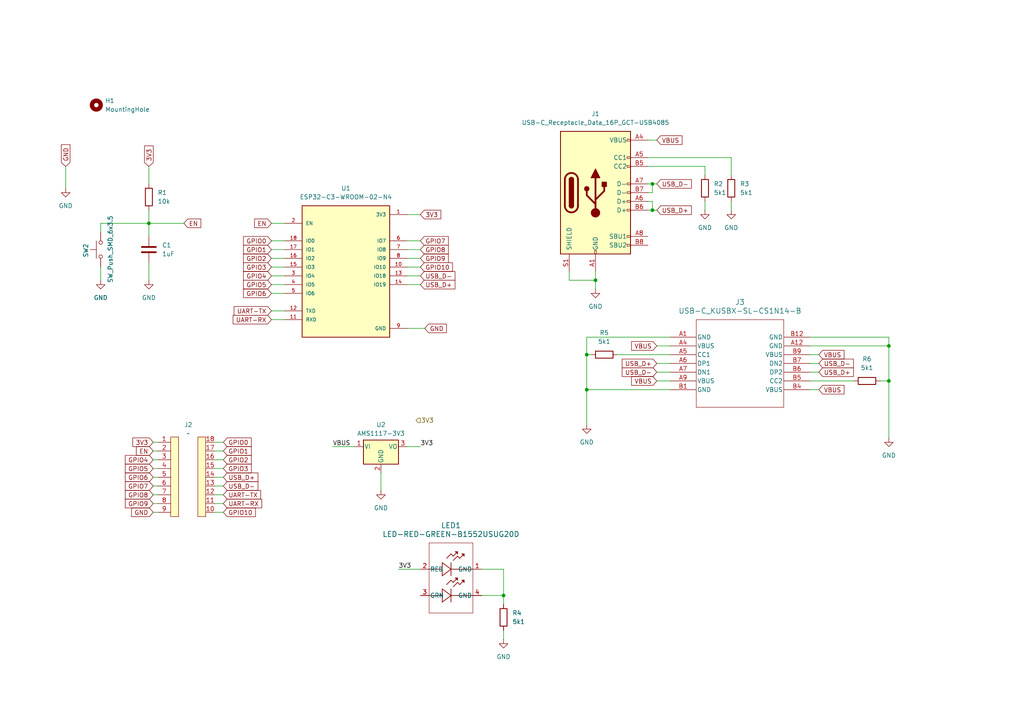
<source format=kicad_sch>
(kicad_sch (version 20231120) (generator "eeschema") (generator_version "8.0")
  (paper "A4")
  (lib_symbols
    (symbol "Alexander Symbol Library:ESP32-C3-WROOM-02-N4" (pin_names (offset 1.016))
      (property "Reference" "U" (at -12.7 21.082 0))
      (property "Value" "ESP32-C3-WROOM-02-N4" (at -13.208 -19.05 0))
      (symbol "ESP32-C3-WROOM-02-N4_0_0"
        (rectangle (start -12.7 20.32) (end 12.7 -17.78) (stroke (width 0.254)) (fill (type background)))
        (pin power_in line (at 17.78 17.78 180) (length 5.08) (name "3V3") (number "1"))
        (pin bidirectional line (at 17.78 2.54 180) (length 5.08) (name "IO10") (number "10"))
        (pin bidirectional line (at -17.78 -12.7 0) (length 5.08) (name "RXD") (number "11"))
        (pin bidirectional line (at -17.78 -10.16 0) (length 5.08) (name "TXD") (number "12"))
        (pin bidirectional line (at 17.78 0 180) (length 5.08) (name "IO18") (number "13"))
        (pin bidirectional line (at 17.78 -2.54 180) (length 5.08) (name "IO19") (number "14"))
        (pin bidirectional line (at -17.78 2.54 0) (length 5.08) (name "IO3") (number "15"))
        (pin bidirectional line (at -17.78 5.08 0) (length 5.08) (name "IO2") (number "16"))
        (pin bidirectional line (at -17.78 7.62 0) (length 5.08) (name "IO1") (number "17"))
        (pin bidirectional line (at -17.78 10.16 0) (length 5.08) (name "IO0") (number "18"))
        (pin power_in line (at 17.78 -15.24 180) (length 5.08) hide (name "GND__1") (number "19"))
        (pin input line (at -17.78 15.24 0) (length 5.08) (name "EN") (number "2"))
        (pin power_in line (at 17.78 -15.24 180) (length 5.08) hide (name "GND__2") (number "20"))
        (pin power_in line (at 17.78 -15.24 180) (length 5.08) hide (name "GND__3") (number "21"))
        (pin power_in line (at 17.78 -15.24 180) (length 5.08) hide (name "GND__4") (number "22"))
        (pin power_in line (at 17.78 -15.24 180) (length 5.08) hide (name "GND__5") (number "23"))
        (pin power_in line (at 17.78 -15.24 180) (length 5.08) hide (name "GND__6") (number "24"))
        (pin power_in line (at 17.78 -15.24 180) (length 5.08) hide (name "GND__7") (number "25"))
        (pin power_in line (at 17.78 -15.24 180) (length 5.08) hide (name "GND__8") (number "26"))
        (pin power_in line (at 17.78 -15.24 180) (length 5.08) hide (name "GND__9") (number "27"))
        (pin power_in line (at 17.78 -15.24 180) (length 5.08) hide (name "GND__10") (number "28"))
        (pin power_in line (at 17.78 -15.24 180) (length 5.08) hide (name "GND__11") (number "29"))
        (pin bidirectional line (at -17.78 0 0) (length 5.08) (name "IO4") (number "3"))
        (pin power_in line (at 17.78 -15.24 180) (length 5.08) hide (name "GND__12") (number "30"))
        (pin power_in line (at 17.78 -15.24 180) (length 5.08) hide (name "GND__13") (number "31"))
        (pin power_in line (at 17.78 -15.24 180) (length 5.08) hide (name "GND__14") (number "32"))
        (pin power_in line (at 17.78 -15.24 180) (length 5.08) hide (name "GND__15") (number "33"))
        (pin power_in line (at 17.78 -15.24 180) (length 5.08) hide (name "GND__16") (number "34"))
        (pin power_in line (at 17.78 -15.24 180) (length 5.08) hide (name "GND__17") (number "35"))
        (pin power_in line (at 17.78 -15.24 180) (length 5.08) hide (name "GND__18") (number "36"))
        (pin power_in line (at 17.78 -15.24 180) (length 5.08) hide (name "GND__19") (number "37"))
        (pin power_in line (at 17.78 -15.24 180) (length 5.08) hide (name "GND__20") (number "38"))
        (pin power_in line (at 17.78 -15.24 180) (length 5.08) hide (name "GND__21") (number "39"))
        (pin bidirectional line (at -17.78 -2.54 0) (length 5.08) (name "IO5") (number "4"))
        (pin bidirectional line (at -17.78 -5.08 0) (length 5.08) (name "IO6") (number "5"))
        (pin bidirectional line (at 17.78 10.16 180) (length 5.08) (name "IO7") (number "6"))
        (pin bidirectional line (at 17.78 7.62 180) (length 5.08) (name "IO8") (number "7"))
        (pin bidirectional line (at 17.78 5.08 180) (length 5.08) (name "IO9") (number "8"))
        (pin power_in line (at 17.78 -15.24 180) (length 5.08) (name "GND") (number "9"))
      )
    )
    (symbol "Alexander Symbol Library:USB-C_Receptacle_Data_16P_GCT-USB4085" (pin_names (offset 1.016))
      (property "Reference" "J" (at 0 22.225 0))
      (property "Value" "USB-C_Receptacle_Data_16P_GCT-USB4085" (at 0 19.685 0))
      (symbol "USB-C_Receptacle_Data_16P_GCT-USB4085_0_0"
        (rectangle (start -0.254 -17.78) (end 0.254 -16.764))
        (rectangle (start 10.16 -14.986) (end 9.144 -15.494))
        (rectangle (start 10.16 -12.446) (end 9.144 -12.954))
        (rectangle (start 10.16 -4.826) (end 9.144 -5.334))
        (rectangle (start 10.16 -2.286) (end 9.144 -2.794))
        (rectangle (start 10.16 0.254) (end 9.144 -0.254))
        (rectangle (start 10.16 2.794) (end 9.144 2.286))
        (rectangle (start 10.16 7.874) (end 9.144 7.366))
        (rectangle (start 10.16 10.414) (end 9.144 9.906))
        (rectangle (start 10.16 15.494) (end 9.144 14.986))
      )
      (symbol "USB-C_Receptacle_Data_16P_GCT-USB4085_0_1"
        (rectangle (start -10.16 17.78) (end 10.16 -17.78) (stroke (width 0.254)) (fill (type background)))
        (arc (start -8.89 -3.81) (mid -6.985 -5.7067) (end -5.08 -3.81) (stroke (width 0.508)))
        (arc (start -7.62 -3.81) (mid -6.985 -4.4423) (end -6.35 -3.81) (stroke (width 0.254)))
        (arc (start -7.62 -3.81) (mid -6.985 -4.4423) (end -6.35 -3.81) (stroke (width 0.254)) (fill (type outline)))
        (rectangle (start -7.62 -3.81) (end -6.35 3.81) (stroke (width 0.254)) (fill (type outline)))
        (arc (start -6.35 3.81) (mid -6.985 4.4423) (end -7.62 3.81) (stroke (width 0.254)))
        (arc (start -6.35 3.81) (mid -6.985 4.4423) (end -7.62 3.81) (stroke (width 0.254)) (fill (type outline)))
        (arc (start -5.08 3.81) (mid -6.985 5.7067) (end -8.89 3.81) (stroke (width 0.508)))
        (circle (center -2.54 1.143) (radius 0.635) (stroke (width 0.254)) (fill (type outline)))
        (circle (center 0 -5.842) (radius 1.27) (fill (type outline)))
        (polyline (pts (xy -8.89 -3.81) (xy -8.89 3.81)) (stroke (width 0.508)))
        (polyline (pts (xy -5.08 3.81) (xy -5.08 -3.81)) (stroke (width 0.508)))
        (polyline (pts (xy 0 -5.842) (xy 0 4.318)) (stroke (width 0.508)))
        (polyline (pts (xy 0 -3.302) (xy -2.54 -0.762) (xy -2.54 0.508)) (stroke (width 0.508)))
        (polyline (pts (xy 0 -2.032) (xy 2.54 0.508) (xy 2.54 1.778)) (stroke (width 0.508)))
        (polyline (pts (xy -1.27 4.318) (xy 0 6.858) (xy 1.27 4.318) (xy -1.27 4.318)) (stroke (width 0.254)) (fill (type outline)))
        (rectangle (start 1.905 1.778) (end 3.175 3.048) (stroke (width 0.254)) (fill (type outline)))
      )
      (symbol "USB-C_Receptacle_Data_16P_GCT-USB4085_1_1"
        (pin power_in line (at 0 -22.86 90) (length 5.08) (name "GND") (number "A1"))
        (pin power_in line (at 0 -22.86 90) (length 5.08) hide (name "GND") (number "A12"))
        (pin power_out line (at 15.24 15.24 180) (length 5.08) (name "VBUS") (number "A4"))
        (pin bidirectional line (at 15.24 10.16 180) (length 5.08) (name "CC1") (number "A5"))
        (pin bidirectional line (at 15.24 -2.54 180) (length 5.08) (name "D+") (number "A6"))
        (pin bidirectional line (at 15.24 2.54 180) (length 5.08) (name "D-") (number "A7"))
        (pin bidirectional line (at 15.24 -12.7 180) (length 5.08) (name "SBU1") (number "A8"))
        (pin power_out line (at 15.24 15.24 180) (length 5.08) hide (name "VBUS") (number "A9"))
        (pin power_in line (at 0 -22.86 90) (length 5.08) hide (name "GND") (number "B1"))
        (pin power_in line (at 0 -22.86 90) (length 5.08) hide (name "GND") (number "B12"))
        (pin power_out line (at 15.24 15.24 180) (length 5.08) hide (name "VBUS") (number "B4"))
        (pin bidirectional line (at 15.24 7.62 180) (length 5.08) (name "CC2") (number "B5"))
        (pin bidirectional line (at 15.24 -5.08 180) (length 5.08) (name "D+") (number "B6"))
        (pin bidirectional line (at 15.24 0 180) (length 5.08) (name "D-") (number "B7"))
        (pin bidirectional line (at 15.24 -15.24 180) (length 5.08) (name "SBU2") (number "B8"))
        (pin passive line (at 15.24 15.24 180) (length 5.08) hide (name "VBUS") (number "B9"))
        (pin power_in line (at -7.62 -22.86 90) (length 5.08) (name "SHIELD") (number "S1"))
        (pin power_in line (at -7.62 -22.86 90) (length 5.08) hide (name "SHIELD") (number "S2"))
        (pin power_in line (at -7.62 -22.86 90) (length 5.08) hide (name "SHIELD") (number "S3"))
        (pin power_in line (at -7.62 -22.86 90) (length 5.08) hide (name "SHIELD") (number "S4"))
      )
    )
    (symbol "Alexander_Library_Symbols:Conn_ESP32-C3-02x09"
      (property "Reference" "J" (at 0 0 0))
      (symbol "Conn_ESP32-C3-02x09_0_1"
        (rectangle (start -5.08 -2.286) (end -2.794 -25.4) (fill (type background)))
        (rectangle (start 2.794 -2.286) (end 5.08 -25.4) (fill (type background)))
      )
      (symbol "Conn_ESP32-C3-02x09_1_0"
        (pin bidirectional line (at 7.62 -24.13 180) (length 2.54) (name "") (number "10"))
        (pin bidirectional line (at 7.62 -21.59 180) (length 2.54) (name "") (number "11"))
        (pin bidirectional line (at 7.62 -19.05 180) (length 2.54) (name "") (number "12"))
        (pin bidirectional line (at 7.62 -16.51 180) (length 2.54) (name "") (number "13"))
        (pin bidirectional line (at 7.62 -13.97 180) (length 2.54) (name "") (number "14"))
        (pin bidirectional line (at 7.62 -11.43 180) (length 2.54) (name "") (number "15"))
        (pin bidirectional line (at 7.62 -8.89 180) (length 2.54) (name "") (number "16"))
        (pin bidirectional line (at 7.62 -6.35 180) (length 2.54) (name "") (number "17"))
        (pin bidirectional line (at 7.62 -3.81 180) (length 2.54) (name "") (number "18"))
      )
      (symbol "Conn_ESP32-C3-02x09_1_1"
        (pin bidirectional line (at -8.89 -3.81 0) (length 3.81) (name "") (number "1"))
        (pin bidirectional line (at -8.89 -6.35 0) (length 3.81) (name "") (number "2"))
        (pin bidirectional line (at -8.89 -8.89 0) (length 3.81) (name "") (number "3"))
        (pin bidirectional line (at -8.89 -11.43 0) (length 3.81) (name "") (number "4"))
        (pin bidirectional line (at -8.89 -13.97 0) (length 3.81) (name "") (number "5"))
        (pin bidirectional line (at -8.89 -16.51 0) (length 3.81) (name "") (number "6"))
        (pin bidirectional line (at -8.89 -19.05 0) (length 3.81) (name "") (number "7"))
        (pin bidirectional line (at -8.89 -21.59 0) (length 3.81) (name "") (number "8"))
        (pin bidirectional line (at -8.89 -24.13 0) (length 3.81) (name "") (number "9"))
      )
    )
    (symbol "Alexander_Library_Symbols:LED-RED-GREEN-B1552USUG20D" (pin_names (offset 0.254))
      (property "Reference" "LED" (at 8.89 20.955 0))
      (property "Value" "LED-RED-GREEN-B1552USUG20D" (at 8.89 17.78 0))
      (symbol "LED-RED-GREEN-B1552USUG20D_0_1"
        (polyline (pts (xy 2.54 -12.7) (xy 15.24 -12.7)) (stroke (width 0.127)))
        (polyline (pts (xy 2.54 -7.62) (xy 6.0198 -7.62)) (stroke (width 0.2032)))
        (polyline (pts (xy 2.54 0) (xy 6.0198 0)) (stroke (width 0.2032)))
        (polyline (pts (xy 2.54 7.62) (xy 2.54 -12.7)) (stroke (width 0.127)))
        (polyline (pts (xy 5.715 -7.62) (xy 6.35 -7.62)) (stroke (width 0.2032)))
        (polyline (pts (xy 5.715 0) (xy 6.35 0)) (stroke (width 0.2032)))
        (polyline (pts (xy 6.35 -9.525) (xy 8.89 -7.62)) (stroke (width 0.2032)))
        (polyline (pts (xy 6.35 -5.715) (xy 6.35 -9.525)) (stroke (width 0.2032)))
        (polyline (pts (xy 6.35 -1.905) (xy 8.89 0)) (stroke (width 0.2032)))
        (polyline (pts (xy 6.35 1.905) (xy 6.35 -1.905)) (stroke (width 0.2032)))
        (polyline (pts (xy 7.62 -4.445) (xy 8.89 -3.175)) (stroke (width 0.2032)))
        (polyline (pts (xy 7.62 3.175) (xy 8.89 4.445)) (stroke (width 0.2032)))
        (polyline (pts (xy 8.89 -9.525) (xy 8.89 -5.715)) (stroke (width 0.2032)))
        (polyline (pts (xy 8.89 -7.62) (xy 6.35 -5.715)) (stroke (width 0.2032)))
        (polyline (pts (xy 8.89 -7.62) (xy 15.24 -7.62)) (stroke (width 0.2032)))
        (polyline (pts (xy 8.89 -3.175) (xy 9.525 -3.81)) (stroke (width 0.2032)))
        (polyline (pts (xy 8.89 -1.905) (xy 8.89 1.905)) (stroke (width 0.2032)))
        (polyline (pts (xy 8.89 0) (xy 6.35 1.905)) (stroke (width 0.2032)))
        (polyline (pts (xy 8.89 0) (xy 15.24 0)) (stroke (width 0.2032)))
        (polyline (pts (xy 8.89 4.445) (xy 9.525 3.81)) (stroke (width 0.2032)))
        (polyline (pts (xy 9.525 -5.08) (xy 10.795 -3.81)) (stroke (width 0.2032)))
        (polyline (pts (xy 9.525 -3.81) (xy 10.795 -2.54)) (stroke (width 0.2032)))
        (polyline (pts (xy 9.525 2.54) (xy 10.795 3.81)) (stroke (width 0.2032)))
        (polyline (pts (xy 9.525 3.81) (xy 10.795 5.08)) (stroke (width 0.2032)))
        (polyline (pts (xy 10.16 -2.54) (xy 10.795 -3.175)) (stroke (width 0.2032)))
        (polyline (pts (xy 10.16 5.08) (xy 10.795 4.445)) (stroke (width 0.2032)))
        (polyline (pts (xy 10.795 -3.81) (xy 11.43 -4.445)) (stroke (width 0.2032)))
        (polyline (pts (xy 10.795 -3.175) (xy 10.795 -2.54)) (stroke (width 0.2032)))
        (polyline (pts (xy 10.795 -2.54) (xy 10.16 -2.54)) (stroke (width 0.2032)))
        (polyline (pts (xy 10.795 3.81) (xy 11.43 3.175)) (stroke (width 0.2032)))
        (polyline (pts (xy 10.795 4.445) (xy 10.795 5.08)) (stroke (width 0.2032)))
        (polyline (pts (xy 10.795 5.08) (xy 10.16 5.08)) (stroke (width 0.2032)))
        (polyline (pts (xy 11.43 -4.445) (xy 12.7 -3.175)) (stroke (width 0.2032)))
        (polyline (pts (xy 11.43 3.175) (xy 12.7 4.445)) (stroke (width 0.2032)))
        (polyline (pts (xy 12.065 -3.175) (xy 12.7 -3.81)) (stroke (width 0.2032)))
        (polyline (pts (xy 12.065 4.445) (xy 12.7 3.81)) (stroke (width 0.2032)))
        (polyline (pts (xy 12.7 -3.81) (xy 12.7 -3.175)) (stroke (width 0.2032)))
        (polyline (pts (xy 12.7 -3.175) (xy 12.065 -3.175)) (stroke (width 0.2032)))
        (polyline (pts (xy 12.7 3.81) (xy 12.7 4.445)) (stroke (width 0.2032)))
        (polyline (pts (xy 12.7 4.445) (xy 12.065 4.445)) (stroke (width 0.2032)))
        (polyline (pts (xy 15.24 -12.7) (xy 15.24 7.62)) (stroke (width 0.127)))
        (polyline (pts (xy 15.24 7.62) (xy 2.54 7.62)) (stroke (width 0.127)))
        (pin power_in line (at 17.78 0 180) (length 2.54) (name "GND") (number "1"))
        (pin power_out line (at 0 0 0) (length 2.54) (name "RED") (number "2"))
        (pin power_in line (at 0 -7.62 0) (length 2.54) (name "GRN") (number "3"))
        (pin power_out line (at 17.78 -7.62 180) (length 2.54) (name "GND") (number "4"))
      )
    )
    (symbol "Alexander_Library_Symbols:SW_Push_SMD_6x3.5" (pin_numbers hide) (pin_names (offset 1.016) hide)
      (property "Reference" "SW" (at 1.27 2.54 0))
      (property "Value" "SW_Push_SMD_6x3.5" (at 0 -1.524 0))
      (symbol "SW_Push_SMD_6x3.5_0_1"
        (circle (center -2.032 0) (radius 0.508))
        (polyline (pts (xy 0 1.27) (xy 0 3.048)))
        (polyline (pts (xy 2.54 1.27) (xy -2.54 1.27)))
        (circle (center 2.032 0) (radius 0.508))
        (pin passive line (at -5.08 0 0) (length 2.54) (name "1") (number "1"))
        (pin passive line (at 5.08 0 180) (length 2.54) (name "2") (number "2"))
      )
    )
    (symbol "Alexander_Library_Symbols:USB-C_KUSBX-SL-CS1N14-B" (pin_names (offset 0.254))
      (property "Reference" "J" (at 20.32 10.16 0))
      (property "Value" "USB-C_KUSBX-SL-CS1N14-B" (at 20.32 7.62 0))
      (symbol "USB-C_KUSBX-SL-CS1N14-B_0_1"
        (polyline (pts (xy 7.62 -20.32) (xy 33.02 -20.32)) (stroke (width 0.127)))
        (polyline (pts (xy 7.62 5.08) (xy 7.62 -20.32)) (stroke (width 0.127)))
        (polyline (pts (xy 33.02 -20.32) (xy 33.02 5.08)) (stroke (width 0.127)))
        (polyline (pts (xy 33.02 5.08) (xy 7.62 5.08)) (stroke (width 0.127)))
        (pin power_out line (at 0 0 0) (length 7.62) (name "GND") (number "A1"))
        (pin power_out line (at 40.64 -2.54 180) (length 7.62) (name "GND") (number "A12"))
        (pin power_in line (at 0 -2.54 0) (length 7.62) (name "VBUS") (number "A4"))
        (pin bidirectional line (at 0 -5.08 0) (length 7.62) (name "CC1") (number "A5"))
        (pin bidirectional line (at 0 -7.62 0) (length 7.62) (name "DP1") (number "A6"))
        (pin bidirectional line (at 0 -10.16 0) (length 7.62) (name "DN1") (number "A7"))
        (pin power_in line (at 0 -12.7 0) (length 7.62) (name "VBUS") (number "A9"))
        (pin power_out line (at 0 -15.24 0) (length 7.62) (name "GND") (number "B1"))
        (pin power_out line (at 40.64 0 180) (length 7.62) (name "GND") (number "B12"))
        (pin power_in line (at 40.64 -15.24 180) (length 7.62) (name "VBUS") (number "B4"))
        (pin bidirectional line (at 40.64 -12.7 180) (length 7.62) (name "CC2") (number "B5"))
        (pin bidirectional line (at 40.64 -10.16 180) (length 7.62) (name "DP2") (number "B6"))
        (pin bidirectional line (at 40.64 -7.62 180) (length 7.62) (name "DN2") (number "B7"))
        (pin power_in line (at 40.64 -5.08 180) (length 7.62) (name "VBUS") (number "B9"))
      )
    )
    (symbol "Device:C" (pin_numbers hide) (pin_names (offset 0.254))
      (property "Reference" "C" (at 0.635 2.54 0))
      (property "Value" "C" (at 0.635 -2.54 0))
      (symbol "C_0_1"
        (polyline (pts (xy -2.032 -0.762) (xy 2.032 -0.762)) (stroke (width 0.508)))
        (polyline (pts (xy -2.032 0.762) (xy 2.032 0.762)) (stroke (width 0.508)))
      )
      (symbol "C_1_1"
        (pin passive line (at 0 3.81 270) (length 2.794) (name "~") (number "1"))
        (pin passive line (at 0 -3.81 90) (length 2.794) (name "~") (number "2"))
      )
    )
    (symbol "Device:R" (pin_numbers hide) (pin_names (offset 0))
      (property "Reference" "R" (at 2.032 0 90))
      (property "Value" "R" (at 0 0 90))
      (symbol "R_0_1"
        (rectangle (start -1.016 -2.54) (end 1.016 2.54) (stroke (width 0.254)))
      )
      (symbol "R_1_1"
        (pin passive line (at 0 3.81 270) (length 1.27) (name "~") (number "1"))
        (pin passive line (at 0 -3.81 90) (length 1.27) (name "~") (number "2"))
      )
    )
    (symbol "Mechanical:MountingHole" (pin_names (offset 1.016))
      (property "Reference" "H" (at 0 5.08 0))
      (property "Value" "MountingHole" (at 0 3.175 0))
      (symbol "MountingHole_0_1"
        (circle (center 0 0) (radius 1.27) (stroke (width 1.27)))
      )
    )
    (symbol "Regulator_Linear:LM78M05_TO220" (pin_names (offset 0.254))
      (property "Reference" "U" (at -3.81 3.175 0))
      (property "Value" "LM78M05_TO220" (at 0 3.175 0))
      (symbol "LM78M05_TO220_0_1"
        (rectangle (start -5.08 1.905) (end 5.08 -5.08) (stroke (width 0.254)) (fill (type background)))
      )
      (symbol "LM78M05_TO220_1_1"
        (pin power_in line (at -7.62 0 0) (length 2.54) (name "VI") (number "1"))
        (pin power_in line (at 0 -7.62 90) (length 2.54) (name "GND") (number "2"))
        (pin power_out line (at 7.62 0 180) (length 2.54) (name "VO") (number "3"))
      )
    )
    (symbol "power:GND" (power) (pin_numbers hide) (pin_names (offset 0) hide)
      (property "Value" "GND" (at 0 -3.81 0))
      (symbol "GND_0_1"
        (polyline (pts (xy 0 0) (xy 0 -1.27) (xy 1.27 -1.27) (xy 0 -2.54) (xy -1.27 -1.27) (xy 0 -1.27)))
      )
      (symbol "GND_1_1"
        (pin power_in line (at 0 0 270) (length 0) (name "~") (number "1"))
      )
    )
  )
  (junction (at 146.05 172.72))
  (junction (at 257.81 110.49))
  (junction (at 170.18 102.87))
  (junction (at 172.72 81.28))
  (junction (at 43.18 64.77))
  (junction (at 189.23 60.96))
  (junction (at 257.81 100.33))
  (junction (at 170.18 113.03))
  (junction (at 189.23 53.34))
  (wire (pts (xy 255.27 110.49) (xy 257.81 110.49)))
  (wire (pts (xy 62.23 146.05) (xy 64.77 146.05)))
  (wire (pts (xy 44.45 128.27) (xy 45.72 128.27)))
  (wire (pts (xy 44.45 138.43) (xy 45.72 138.43)))
  (wire (pts (xy 110.49 137.16) (xy 110.49 142.24)))
  (wire (pts (xy 139.7 165.1) (xy 146.05 165.1)))
  (wire (pts (xy 29.21 67.31) (xy 29.21 64.77)))
  (wire (pts (xy 62.23 138.43) (xy 64.77 138.43)))
  (wire (pts (xy 44.45 130.81) (xy 45.72 130.81)))
  (wire (pts (xy 165.1 78.74) (xy 165.1 81.28)))
  (wire (pts (xy 118.11 77.47) (xy 121.92 77.47)))
  (wire (pts (xy 78.74 80.01) (xy 82.55 80.01)))
  (wire (pts (xy 62.23 128.27) (xy 64.77 128.27)))
  (wire (pts (xy 187.96 53.34) (xy 189.23 53.34)))
  (wire (pts (xy 187.96 58.42) (xy 189.23 58.42)))
  (wire (pts (xy 78.74 72.39) (xy 82.55 72.39)))
  (wire (pts (xy 234.95 97.79) (xy 257.81 97.79)))
  (wire (pts (xy 204.47 58.42) (xy 204.47 60.96)))
  (wire (pts (xy 146.05 165.1) (xy 146.05 172.72)))
  (wire (pts (xy 204.47 48.26) (xy 204.47 50.8)))
  (wire (pts (xy 257.81 97.79) (xy 257.81 100.33)))
  (wire (pts (xy 170.18 102.87) (xy 171.45 102.87)))
  (wire (pts (xy 78.74 85.09) (xy 82.55 85.09)))
  (wire (pts (xy 170.18 102.87) (xy 170.18 97.79)))
  (wire (pts (xy 170.18 113.03) (xy 170.18 102.87)))
  (wire (pts (xy 19.05 48.26) (xy 19.05 54.61)))
  (wire (pts (xy 146.05 182.88) (xy 146.05 185.42)))
  (wire (pts (xy 212.09 58.42) (xy 212.09 60.96)))
  (wire (pts (xy 62.23 133.35) (xy 64.77 133.35)))
  (wire (pts (xy 96.52 129.54) (xy 102.87 129.54)))
  (wire (pts (xy 78.74 69.85) (xy 82.55 69.85)))
  (wire (pts (xy 189.23 53.34) (xy 190.5 53.34)))
  (wire (pts (xy 44.45 148.59) (xy 45.72 148.59)))
  (wire (pts (xy 43.18 64.77) (xy 43.18 60.96)))
  (wire (pts (xy 78.74 82.55) (xy 82.55 82.55)))
  (wire (pts (xy 212.09 45.72) (xy 212.09 50.8)))
  (wire (pts (xy 234.95 107.95) (xy 237.49 107.95)))
  (wire (pts (xy 234.95 113.03) (xy 237.49 113.03)))
  (wire (pts (xy 78.74 90.17) (xy 82.55 90.17)))
  (wire (pts (xy 234.95 105.41) (xy 237.49 105.41)))
  (wire (pts (xy 187.96 40.64) (xy 190.5 40.64)))
  (wire (pts (xy 43.18 48.26) (xy 43.18 53.34)))
  (wire (pts (xy 190.5 107.95) (xy 194.31 107.95)))
  (wire (pts (xy 118.11 82.55) (xy 121.92 82.55)))
  (wire (pts (xy 187.96 55.88) (xy 189.23 55.88)))
  (wire (pts (xy 172.72 81.28) (xy 172.72 83.82)))
  (wire (pts (xy 43.18 64.77) (xy 53.34 64.77)))
  (wire (pts (xy 187.96 60.96) (xy 189.23 60.96)))
  (wire (pts (xy 146.05 172.72) (xy 146.05 175.26)))
  (wire (pts (xy 190.5 100.33) (xy 194.31 100.33)))
  (wire (pts (xy 118.11 62.23) (xy 121.92 62.23)))
  (wire (pts (xy 190.5 105.41) (xy 194.31 105.41)))
  (wire (pts (xy 257.81 110.49) (xy 257.81 127)))
  (wire (pts (xy 187.96 45.72) (xy 212.09 45.72)))
  (wire (pts (xy 118.11 69.85) (xy 121.92 69.85)))
  (wire (pts (xy 189.23 58.42) (xy 189.23 60.96)))
  (wire (pts (xy 118.11 95.25) (xy 123.19 95.25)))
  (wire (pts (xy 29.21 64.77) (xy 43.18 64.77)))
  (wire (pts (xy 257.81 100.33) (xy 257.81 110.49)))
  (wire (pts (xy 44.45 133.35) (xy 45.72 133.35)))
  (wire (pts (xy 179.07 102.87) (xy 194.31 102.87)))
  (wire (pts (xy 62.23 135.89) (xy 64.77 135.89)))
  (wire (pts (xy 44.45 143.51) (xy 45.72 143.51)))
  (wire (pts (xy 118.11 72.39) (xy 121.92 72.39)))
  (wire (pts (xy 234.95 110.49) (xy 247.65 110.49)))
  (wire (pts (xy 234.95 102.87) (xy 237.49 102.87)))
  (wire (pts (xy 118.11 74.93) (xy 121.92 74.93)))
  (wire (pts (xy 190.5 110.49) (xy 194.31 110.49)))
  (wire (pts (xy 29.21 77.47) (xy 29.21 81.28)))
  (wire (pts (xy 170.18 123.19) (xy 170.18 113.03)))
  (wire (pts (xy 44.45 146.05) (xy 45.72 146.05)))
  (wire (pts (xy 78.74 74.93) (xy 82.55 74.93)))
  (wire (pts (xy 78.74 77.47) (xy 82.55 77.47)))
  (wire (pts (xy 62.23 148.59) (xy 64.77 148.59)))
  (wire (pts (xy 187.96 48.26) (xy 204.47 48.26)))
  (wire (pts (xy 118.11 129.54) (xy 121.92 129.54)))
  (wire (pts (xy 44.45 135.89) (xy 45.72 135.89)))
  (wire (pts (xy 44.45 140.97) (xy 45.72 140.97)))
  (wire (pts (xy 165.1 81.28) (xy 172.72 81.28)))
  (wire (pts (xy 62.23 140.97) (xy 64.77 140.97)))
  (wire (pts (xy 62.23 143.51) (xy 64.77 143.51)))
  (wire (pts (xy 118.11 80.01) (xy 121.92 80.01)))
  (wire (pts (xy 43.18 76.2) (xy 43.18 81.28)))
  (wire (pts (xy 139.7 172.72) (xy 146.05 172.72)))
  (wire (pts (xy 189.23 55.88) (xy 189.23 53.34)))
  (wire (pts (xy 43.18 64.77) (xy 43.18 68.58)))
  (wire (pts (xy 78.74 92.71) (xy 82.55 92.71)))
  (wire (pts (xy 115.57 165.1) (xy 121.92 165.1)))
  (wire (pts (xy 62.23 130.81) (xy 64.77 130.81)))
  (wire (pts (xy 189.23 60.96) (xy 190.5 60.96)))
  (wire (pts (xy 172.72 78.74) (xy 172.72 81.28)))
  (wire (pts (xy 78.74 64.77) (xy 82.55 64.77)))
  (wire (pts (xy 170.18 97.79) (xy 194.31 97.79)))
  (wire (pts (xy 234.95 100.33) (xy 257.81 100.33)))
  (wire (pts (xy 170.18 113.03) (xy 194.31 113.03)))
  (label "3V3" (at 115.57 165.1 0))
  (label "VBUS" (at 96.52 129.54 0))
  (label "3V3" (at 121.92 129.54 0))
  (global_label "USB_D-" (shape input) (at 64.77 140.97 0) (property "Intersheetrefs" "${INTERSHEET_REFS}" (effects (hide yes))))
  (global_label "VBUS" (shape input) (at 190.5 100.33 180) (property "Intersheetrefs" "${INTERSHEET_REFS}" (effects (hide yes))))
  (global_label "VBUS" (shape input) (at 190.5 110.49 180) (property "Intersheetrefs" "${INTERSHEET_REFS}" (effects (hide yes))))
  (global_label "GPIO0" (shape input) (at 64.77 128.27 0) (property "Intersheetrefs" "${INTERSHEET_REFS}" (effects (hide yes))))
  (global_label "GPIO8" (shape input) (at 44.45 143.51 180) (property "Intersheetrefs" "${INTERSHEET_REFS}" (effects (hide yes))))
  (global_label "GPIO6" (shape input) (at 44.45 138.43 180) (property "Intersheetrefs" "${INTERSHEET_REFS}" (effects (hide yes))))
  (global_label "GPIO9" (shape input) (at 121.92 74.93 0) (property "Intersheetrefs" "${INTERSHEET_REFS}" (effects (hide yes))))
  (global_label "GPIO2" (shape input) (at 78.74 74.93 180) (property "Intersheetrefs" "${INTERSHEET_REFS}" (effects (hide yes))))
  (global_label "USB_D-" (shape input) (at 190.5 107.95 180) (property "Intersheetrefs" "${INTERSHEET_REFS}" (effects (hide yes))))
  (global_label "EN" (shape input) (at 78.74 64.77 180) (property "Intersheetrefs" "${INTERSHEET_REFS}" (effects (hide yes))))
  (global_label "GPIO0" (shape input) (at 78.74 69.85 180) (property "Intersheetrefs" "${INTERSHEET_REFS}" (effects (hide yes))))
  (global_label "3V3" (shape input) (at 44.45 128.27 180) (property "Intersheetrefs" "${INTERSHEET_REFS}" (effects (hide yes))))
  (global_label "USB_D-" (shape input) (at 190.5 53.34 0) (property "Intersheetrefs" "${INTERSHEET_REFS}" (effects (hide yes))))
  (global_label "3V3" (shape input) (at 43.18 48.26 90) (property "Intersheetrefs" "${INTERSHEET_REFS}" (effects (hide yes))))
  (global_label "GND" (shape input) (at 123.19 95.25 0) (property "Intersheetrefs" "${INTERSHEET_REFS}" (effects (hide yes))))
  (global_label "USB_D-" (shape input) (at 237.49 105.41 0) (property "Intersheetrefs" "${INTERSHEET_REFS}" (effects (hide yes))))
  (global_label "VBUS" (shape input) (at 237.49 102.87 0) (property "Intersheetrefs" "${INTERSHEET_REFS}" (effects (hide yes))))
  (global_label "EN" (shape input) (at 44.45 130.81 180) (property "Intersheetrefs" "${INTERSHEET_REFS}" (effects (hide yes))))
  (global_label "USB_D+" (shape input) (at 64.77 138.43 0) (property "Intersheetrefs" "${INTERSHEET_REFS}" (effects (hide yes))))
  (global_label "GPIO8" (shape input) (at 121.92 72.39 0) (property "Intersheetrefs" "${INTERSHEET_REFS}" (effects (hide yes))))
  (global_label "VBUS" (shape input) (at 237.49 113.03 0) (property "Intersheetrefs" "${INTERSHEET_REFS}" (effects (hide yes))))
  (global_label "GPIO10" (shape input) (at 121.92 77.47 0) (property "Intersheetrefs" "${INTERSHEET_REFS}" (effects (hide yes))))
  (global_label "GPIO9" (shape input) (at 44.45 146.05 180) (property "Intersheetrefs" "${INTERSHEET_REFS}" (effects (hide yes))))
  (global_label "GPIO1" (shape input) (at 78.74 72.39 180) (property "Intersheetrefs" "${INTERSHEET_REFS}" (effects (hide yes))))
  (global_label "GPIO7" (shape input) (at 44.45 140.97 180) (property "Intersheetrefs" "${INTERSHEET_REFS}" (effects (hide yes))))
  (global_label "USB_D+" (shape input) (at 190.5 60.96 0) (property "Intersheetrefs" "${INTERSHEET_REFS}" (effects (hide yes))))
  (global_label "GPIO4" (shape input) (at 78.74 80.01 180) (property "Intersheetrefs" "${INTERSHEET_REFS}" (effects (hide yes))))
  (global_label "GPIO3" (shape input) (at 78.74 77.47 180) (property "Intersheetrefs" "${INTERSHEET_REFS}" (effects (hide yes))))
  (global_label "GPIO10" (shape input) (at 64.77 148.59 0) (property "Intersheetrefs" "${INTERSHEET_REFS}" (effects (hide yes))))
  (global_label "EN" (shape input) (at 53.34 64.77 0) (property "Intersheetrefs" "${INTERSHEET_REFS}" (effects (hide yes))))
  (global_label "USB_D+" (shape input) (at 121.92 82.55 0) (property "Intersheetrefs" "${INTERSHEET_REFS}" (effects (hide yes))))
  (global_label "GPIO5" (shape input) (at 44.45 135.89 180) (property "Intersheetrefs" "${INTERSHEET_REFS}" (effects (hide yes))))
  (global_label "UART-RX" (shape input) (at 78.74 92.71 180) (property "Intersheetrefs" "${INTERSHEET_REFS}" (effects (hide yes))))
  (global_label "UART-TX" (shape input) (at 78.74 90.17 180) (property "Intersheetrefs" "${INTERSHEET_REFS}" (effects (hide yes))))
  (global_label "UART-RX" (shape input) (at 64.77 146.05 0) (property "Intersheetrefs" "${INTERSHEET_REFS}" (effects (hide yes))))
  (global_label "USB_D+" (shape input) (at 237.49 107.95 0) (property "Intersheetrefs" "${INTERSHEET_REFS}" (effects (hide yes))))
  (global_label "GPIO5" (shape input) (at 78.74 82.55 180) (property "Intersheetrefs" "${INTERSHEET_REFS}" (effects (hide yes))))
  (global_label "USB_D-" (shape input) (at 121.92 80.01 0) (property "Intersheetrefs" "${INTERSHEET_REFS}" (effects (hide yes))))
  (global_label "USB_D+" (shape input) (at 190.5 105.41 180) (property "Intersheetrefs" "${INTERSHEET_REFS}" (effects (hide yes))))
  (global_label "GND" (shape input) (at 19.05 48.26 90) (property "Intersheetrefs" "${INTERSHEET_REFS}" (effects (hide yes))))
  (global_label "GPIO1" (shape input) (at 64.77 130.81 0) (property "Intersheetrefs" "${INTERSHEET_REFS}" (effects (hide yes))))
  (global_label "GPIO6" (shape input) (at 78.74 85.09 180) (property "Intersheetrefs" "${INTERSHEET_REFS}" (effects (hide yes))))
  (global_label "GPIO3" (shape input) (at 64.77 135.89 0) (property "Intersheetrefs" "${INTERSHEET_REFS}" (effects (hide yes))))
  (global_label "GPIO4" (shape input) (at 44.45 133.35 180) (property "Intersheetrefs" "${INTERSHEET_REFS}" (effects (hide yes))))
  (global_label "VBUS" (shape input) (at 190.5 40.64 0) (property "Intersheetrefs" "${INTERSHEET_REFS}" (effects (hide yes))))
  (global_label "GND" (shape input) (at 44.45 148.59 180) (property "Intersheetrefs" "${INTERSHEET_REFS}" (effects (hide yes))))
  (global_label "GPIO2" (shape input) (at 64.77 133.35 0) (property "Intersheetrefs" "${INTERSHEET_REFS}" (effects (hide yes))))
  (global_label "GPIO7" (shape input) (at 121.92 69.85 0) (property "Intersheetrefs" "${INTERSHEET_REFS}" (effects (hide yes))))
  (global_label "3V3" (shape input) (at 121.92 62.23 0) (property "Intersheetrefs" "${INTERSHEET_REFS}" (effects (hide yes))))
  (global_label "UART-TX" (shape input) (at 64.77 143.51 0) (property "Intersheetrefs" "${INTERSHEET_REFS}" (effects (hide yes))))
  (hierarchical_label "3V3" (shape input) (at 120.65 121.92 0))
  (symbol (lib_id "Alexander_Library_Symbols:Conn_ESP32-C3-02x09") (at 54.61 124.46 0) (unit 1)
    (property "Reference" "J2" (at 54.61 123.19 0))
    (property "Value" "~" (at 54.61 125.73 0))
    (property "Footprint" "Alexander Footprint Library:Conn_ESP32-C3-WROOM-02" (effects (hide yes)))
  )
  (symbol (lib_id "Device:R") (at 43.18 57.15 0) (unit 1)
    (property "Reference" "R1" (at 45.72 55.8799 0) (effects (justify left)))
    (property "Value" "10k" (at 45.72 58.4199 0) (effects (justify left)))
    (property "Footprint" "Resistor_SMD:R_1206_3216Metric_Pad1.30x1.75mm_HandSolder" (effects (hide yes)))
    (property "Description" "Resistor" (effects (hide yes)))
  )
  (symbol (lib_id "Device:R") (at 251.46 110.49 270) (unit 1)
    (property "Reference" "R6" (at 251.46 104.14 90))
    (property "Value" "5k1" (at 251.46 106.68 90))
    (property "Footprint" "Resistor_SMD:R_1206_3216Metric_Pad1.30x1.75mm_HandSolder" (effects (hide yes)))
    (property "Description" "Resistor" (effects (hide yes)))
  )
  (symbol (lib_id "Device:R") (at 175.26 102.87 270) (unit 1)
    (property "Reference" "R5" (at 175.26 96.52 90))
    (property "Value" "5k1" (at 175.26 99.06 90))
    (property "Footprint" "Resistor_SMD:R_1206_3216Metric_Pad1.30x1.75mm_HandSolder" (effects (hide yes)))
    (property "Description" "Resistor" (effects (hide yes)))
  )
  (symbol (lib_id "Device:R") (at 204.47 54.61 180) (unit 1) (on_board no)
    (property "Reference" "R2" (at 207.01 53.3399 0) (effects (justify right)))
    (property "Value" "5k1" (at 207.01 55.8799 0) (effects (justify right)))
    (property "Footprint" "Resistor_SMD:R_1206_3216Metric_Pad1.30x1.75mm_HandSolder" (effects (hide yes)))
    (property "Description" "Resistor" (effects (hide yes)))
  )
  (symbol (lib_id "power:GND") (at 29.21 81.28 0) (unit 1)
    (property "Reference" "#PWR08" (effects (hide yes)))
    (property "Value" "GND" (at 29.21 86.36 0))
    (property "Description" "Power symbol creates a global label with name \"GND\" , ground" (effects (hide yes)))
  )
  (symbol (lib_id "Alexander Symbol Library:ESP32-C3-WROOM-02-N4") (at 100.33 80.01 0) (unit 1)
    (property "Reference" "U1" (at 100.33 54.61 0))
    (property "Value" "ESP32-C3-WROOM-02-N4" (at 100.33 57.15 0))
    (property "Footprint" "Alexander Footprint Library:ESP32-C3-WROOM-02-H4" (effects (hide yes)))
    (property "MP" "ESP32-C3-WROOM-02-H4" (effects (hide yes)))
  )
  (symbol (lib_id "power:GND") (at 43.18 81.28 0) (unit 1)
    (property "Reference" "#PWR07" (effects (hide yes)))
    (property "Value" "GND" (at 43.18 86.36 0))
    (property "Description" "Power symbol creates a global label with name \"GND\" , ground" (effects (hide yes)))
  )
  (symbol (lib_id "Device:R") (at 146.05 179.07 180) (unit 1)
    (property "Reference" "R4" (at 148.59 177.7999 0) (effects (justify right)))
    (property "Value" "5k1" (at 148.59 180.3399 0) (effects (justify right)))
    (property "Footprint" "Resistor_SMD:R_1206_3216Metric_Pad1.30x1.75mm_HandSolder" (effects (hide yes)))
    (property "Description" "Resistor" (effects (hide yes)))
  )
  (symbol (lib_id "Regulator_Linear:LM78M05_TO220") (at 110.49 129.54 0) (unit 1)
    (property "Reference" "U2" (at 110.49 123.19 0))
    (property "Value" "AMS1117-3V3" (at 110.49 125.73 0))
    (property "Footprint" "Package_TO_SOT_SMD:SOT-223-3_TabPin2" (effects (hide yes)))
    (property "Datasheet" "https://www.onsemi.com/pub/Collateral/MC78M00-D.PDF" (effects (hide yes)))
  )
  (symbol (lib_id "Alexander_Library_Symbols:SW_Push_SMD_6x3.5") (at 29.21 72.39 90) (unit 1)
    (property "Reference" "SW2" (at 24.892 70.612 0) (effects (justify right)))
    (property "Value" "SW_Push_SMD_6x3.5" (at 32.004 62.484 0) (effects (justify right)))
    (property "Footprint" "Alexander Footprint Library:SW_PUSH_6x3.5mm" (effects (hide yes)))
  )
  (symbol (lib_id "power:GND") (at 172.72 83.82 0) (unit 1)
    (property "Reference" "#PWR04" (effects (hide yes)))
    (property "Value" "GND" (at 172.72 88.9 0))
    (property "Description" "Power symbol creates a global label with name \"GND\" , ground" (effects (hide yes)))
  )
  (symbol (lib_id "power:GND") (at 19.05 54.61 0) (unit 1)
    (property "Reference" "#PWR01" (effects (hide yes)))
    (property "Value" "GND" (at 19.05 59.69 0))
    (property "Description" "Power symbol creates a global label with name \"GND\" , ground" (effects (hide yes)))
  )
  (symbol (lib_id "Alexander_Library_Symbols:USB-C_KUSBX-SL-CS1N14-B") (at 194.31 97.79 0) (unit 1)
    (property "Reference" "J3" (at 214.63 87.63 0) (effects (font (size 1.524 1.524))))
    (property "Value" "USB-C_KUSBX-SL-CS1N14-B" (at 214.63 90.17 0) (effects (font (size 1.524 1.524))))
    (property "Footprint" "Alexander Footprint Library:USB-C_KUSBX-SL-CS1N14-B_KYC" (effects (hide yes)))
    (property "Datasheet" "KUSBX-SL-CS1N14-B" (effects (hide yes)))
  )
  (symbol (lib_id "power:GND") (at 212.09 60.96 0) (unit 1)
    (property "Reference" "#PWR06" (effects (hide yes)))
    (property "Value" "GND" (at 212.09 66.04 0))
    (property "Description" "Power symbol creates a global label with name \"GND\" , ground" (effects (hide yes)))
  )
  (symbol (lib_id "power:GND") (at 204.47 60.96 0) (unit 1)
    (property "Reference" "#PWR05" (effects (hide yes)))
    (property "Value" "GND" (at 204.47 66.04 0))
    (property "Description" "Power symbol creates a global label with name \"GND\" , ground" (effects (hide yes)))
  )
  (symbol (lib_id "Alexander_Library_Symbols:LED-RED-GREEN-B1552USUG20D") (at 121.92 165.1 0) (unit 1)
    (property "Reference" "LED1" (at 130.81 152.4 0) (effects (font (size 1.524 1.524))))
    (property "Value" "LED-RED-GREEN-B1552USUG20D" (at 130.81 154.94 0) (effects (font (size 1.524 1.524))))
    (property "Footprint" "Alexander Footprint Library:B1552_HVK-M" (effects (hide yes)))
    (property "Datasheet" "B1552USUG20D000113U1930" (effects (hide yes)))
  )
  (symbol (lib_id "Alexander Symbol Library:USB-C_Receptacle_Data_16P_GCT-USB4085") (at 172.72 55.88 0) (unit 1) (on_board no)
    (property "Reference" "J1" (at 172.72 33.02 0))
    (property "Value" "USB-C_Receptacle_Data_16P_GCT-USB4085" (at 172.72 35.56 0))
    (property "Footprint" "Alexander Footprint Library:USB-C GCT CONN16_USB4085-GF-A" (effects (hide yes)))
  )
  (symbol (lib_id "power:GND") (at 110.49 142.24 0) (unit 1)
    (property "Reference" "#PWR02" (effects (hide yes)))
    (property "Value" "GND" (at 110.49 147.32 0))
    (property "Description" "Power symbol creates a global label with name \"GND\" , ground" (effects (hide yes)))
  )
  (symbol (lib_id "power:GND") (at 146.05 185.42 0) (unit 1)
    (property "Reference" "#PWR03" (effects (hide yes)))
    (property "Value" "GND" (at 146.05 190.5 0))
    (property "Description" "Power symbol creates a global label with name \"GND\" , ground" (effects (hide yes)))
  )
  (symbol (lib_id "Device:R") (at 212.09 54.61 180) (unit 1) (on_board no)
    (property "Reference" "R3" (at 214.63 53.3399 0) (effects (justify right)))
    (property "Value" "5k1" (at 214.63 55.8799 0) (effects (justify right)))
    (property "Footprint" "Resistor_SMD:R_1206_3216Metric_Pad1.30x1.75mm_HandSolder" (effects (hide yes)))
    (property "Description" "Resistor" (effects (hide yes)))
  )
  (symbol (lib_id "Device:C") (at 43.18 72.39 0) (unit 1) (on_board no)
    (property "Reference" "C1" (at 46.99 71.1199 0) (effects (justify left)))
    (property "Value" "1uF" (at 46.99 73.6599 0) (effects (justify left)))
    (property "Footprint" "Resistor_SMD:R_0612_1632Metric_Pad1.18x3.40mm_HandSolder" (effects (hide yes)))
    (property "Description" "Unpolarized capacitor" (effects (hide yes)))
  )
  (symbol (lib_id "Mechanical:MountingHole") (at 27.94 30.48 0) (unit 1)
    (property "Reference" "H1" (at 30.48 29.2099 0) (effects (justify left)))
    (property "Value" "MountingHole" (at 30.48 31.7499 0) (effects (justify left)))
    (property "Description" "Mounting Hole without connection" (effects (hide yes)))
  )
  (symbol (lib_id "power:GND") (at 257.81 127 0) (unit 1)
    (property "Reference" "#PWR010" (effects (hide yes)))
    (property "Value" "GND" (at 257.81 132.08 0))
    (property "Description" "Power symbol creates a global label with name \"GND\" , ground" (effects (hide yes)))
  )
  (symbol (lib_id "power:GND") (at 170.18 123.19 0) (unit 1)
    (property "Reference" "#PWR09" (effects (hide yes)))
    (property "Value" "GND" (at 170.18 128.27 0))
    (property "Description" "Power symbol creates a global label with name \"GND\" , ground" (effects (hide yes)))
  )
)
</source>
